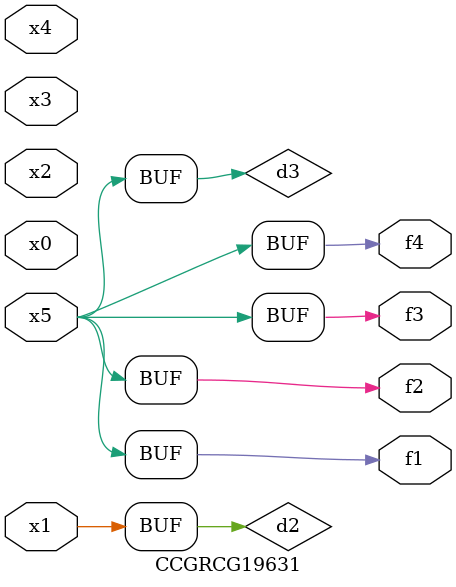
<source format=v>
module CCGRCG19631(
	input x0, x1, x2, x3, x4, x5,
	output f1, f2, f3, f4
);

	wire d1, d2, d3;

	not (d1, x5);
	or (d2, x1);
	xnor (d3, d1);
	assign f1 = d3;
	assign f2 = d3;
	assign f3 = d3;
	assign f4 = d3;
endmodule

</source>
